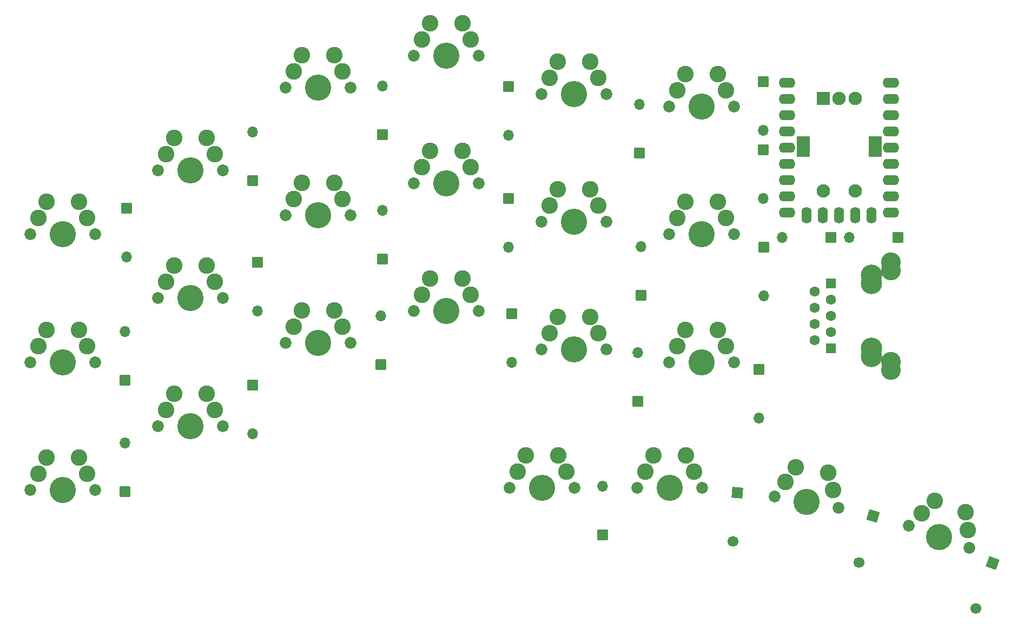
<source format=gbr>
%TF.GenerationSoftware,KiCad,Pcbnew,8.0.3*%
%TF.CreationDate,2024-07-10T08:52:34-07:00*%
%TF.ProjectId,Custom_KB_V1,43757374-6f6d-45f4-9b42-5f56312e6b69,rev?*%
%TF.SameCoordinates,Original*%
%TF.FileFunction,Soldermask,Top*%
%TF.FilePolarity,Negative*%
%FSLAX46Y46*%
G04 Gerber Fmt 4.6, Leading zero omitted, Abs format (unit mm)*
G04 Created by KiCad (PCBNEW 8.0.3) date 2024-07-10 08:52:34*
%MOMM*%
%LPD*%
G01*
G04 APERTURE LIST*
G04 Aperture macros list*
%AMRoundRect*
0 Rectangle with rounded corners*
0 $1 Rounding radius*
0 $2 $3 $4 $5 $6 $7 $8 $9 X,Y pos of 4 corners*
0 Add a 4 corners polygon primitive as box body*
4,1,4,$2,$3,$4,$5,$6,$7,$8,$9,$2,$3,0*
0 Add four circle primitives for the rounded corners*
1,1,$1+$1,$2,$3*
1,1,$1+$1,$4,$5*
1,1,$1+$1,$6,$7*
1,1,$1+$1,$8,$9*
0 Add four rect primitives between the rounded corners*
20,1,$1+$1,$2,$3,$4,$5,0*
20,1,$1+$1,$4,$5,$6,$7,0*
20,1,$1+$1,$6,$7,$8,$9,0*
20,1,$1+$1,$8,$9,$2,$3,0*%
%AMHorizOval*
0 Thick line with rounded ends*
0 $1 width*
0 $2 $3 position (X,Y) of the first rounded end (center of the circle)*
0 $4 $5 position (X,Y) of the second rounded end (center of the circle)*
0 Add line between two ends*
20,1,$1,$2,$3,$4,$5,0*
0 Add two circle primitives to create the rounded ends*
1,1,$1,$2,$3*
1,1,$1,$4,$5*%
G04 Aperture macros list end*
%ADD10RoundRect,0.050000X0.800000X-0.800000X0.800000X0.800000X-0.800000X0.800000X-0.800000X-0.800000X0*%
%ADD11O,1.700000X1.700000*%
%ADD12C,1.850000*%
%ADD13C,4.100000*%
%ADD14C,2.600000*%
%ADD15C,3.100000*%
%ADD16C,1.600000*%
%ADD17RoundRect,0.050000X-0.750000X0.750000X-0.750000X-0.750000X0.750000X-0.750000X0.750000X0.750000X0*%
%ADD18C,3.350000*%
%ADD19RoundRect,0.050000X-0.800000X0.800000X-0.800000X-0.800000X0.800000X-0.800000X0.800000X0.800000X0*%
%ADD20RoundRect,0.050000X0.800000X0.800000X-0.800000X0.800000X-0.800000X-0.800000X0.800000X-0.800000X0*%
%ADD21RoundRect,0.050000X-0.478138X1.025370X-1.025370X-0.478138X0.478138X-1.025370X1.025370X0.478138X0*%
%ADD22HorizOval,1.700000X0.000000X0.000000X0.000000X0.000000X0*%
%ADD23O,2.600000X1.600000*%
%ADD24O,1.600000X2.600000*%
%ADD25RoundRect,0.050000X-1.000000X1.000000X-1.000000X-1.000000X1.000000X-1.000000X1.000000X1.000000X0*%
%ADD26C,2.100000*%
%ADD27RoundRect,0.050000X-1.000000X1.600000X-1.000000X-1.600000X1.000000X-1.600000X1.000000X1.600000X0*%
%ADD28RoundRect,0.050000X-0.727231X0.866680X-0.866680X-0.727231X0.727231X-0.866680X0.866680X0.727231X0*%
%ADD29HorizOval,1.700000X0.000000X0.000000X0.000000X0.000000X0*%
%ADD30RoundRect,0.050000X-0.531146X0.998941X-0.998941X-0.531146X0.531146X-0.998941X0.998941X0.531146X0*%
%ADD31HorizOval,1.700000X0.000000X0.000000X0.000000X0.000000X0*%
%ADD32RoundRect,0.050000X0.750000X-0.750000X0.750000X0.750000X-0.750000X0.750000X-0.750000X-0.750000X0*%
G04 APERTURE END LIST*
D10*
%TO.C,D10*%
X112000000Y-84120000D03*
D11*
X112000000Y-76500000D03*
%TD*%
D12*
%TO.C,K4*%
X96920000Y-57250000D03*
D13*
X102000000Y-57250000D03*
X102000000Y-57250000D03*
D12*
X107080000Y-57250000D03*
D14*
X98190000Y-54710000D03*
X99460000Y-52170000D03*
X104540000Y-52170000D03*
X105810000Y-54710000D03*
%TD*%
D10*
%TO.C,D14*%
X152000000Y-106370000D03*
D11*
X152000000Y-98750000D03*
%TD*%
D12*
%TO.C,K11*%
X76920000Y-90250000D03*
D13*
X82000000Y-90250000D03*
X82000000Y-90250000D03*
D12*
X87080000Y-90250000D03*
D14*
X78190000Y-87710000D03*
X79460000Y-85170000D03*
X84540000Y-85170000D03*
X85810000Y-87710000D03*
%TD*%
D15*
%TO.C,J1-Left1*%
X191650000Y-85905000D03*
X191650000Y-101445000D03*
D16*
X179710000Y-89230000D03*
X182250000Y-90500000D03*
X179710000Y-91770000D03*
X182250000Y-93040001D03*
X179710000Y-94310000D03*
X182250000Y-95580000D03*
X179710000Y-96850000D03*
D17*
X182250000Y-98120000D03*
D18*
X188600000Y-87960000D03*
X188600000Y-99390001D03*
%TD*%
D19*
%TO.C,D7*%
X171750000Y-82250000D03*
D11*
X171750000Y-89870000D03*
%TD*%
D19*
%TO.C,D17*%
X91750000Y-103880000D03*
D11*
X91750000Y-111500000D03*
%TD*%
D20*
%TO.C,D24*%
X182250000Y-80750000D03*
D11*
X174630000Y-80750000D03*
%TD*%
D12*
%TO.C,K1*%
X156920000Y-60250000D03*
D13*
X162000000Y-60250000D03*
X162000000Y-60250000D03*
D12*
X167080000Y-60250000D03*
D14*
X158190000Y-57710000D03*
X159460000Y-55170000D03*
X164540000Y-55170000D03*
X165810000Y-57710000D03*
%TD*%
D12*
%TO.C,K22*%
X131920000Y-119970000D03*
D13*
X137000000Y-119970000D03*
X137000000Y-119970000D03*
D12*
X142080000Y-119970000D03*
D14*
X133190000Y-117430000D03*
X134460000Y-114890000D03*
X139540000Y-114890000D03*
X140810000Y-117430000D03*
%TD*%
D19*
%TO.C,D15*%
X132250000Y-92630000D03*
D11*
X132250000Y-100250000D03*
%TD*%
D12*
%TO.C,K12*%
X56920000Y-100250000D03*
D13*
X62000000Y-100250000D03*
X62000000Y-100250000D03*
D12*
X67080000Y-100250000D03*
D14*
X58190000Y-97710000D03*
X59460000Y-95170000D03*
X64540000Y-95170000D03*
X65810000Y-97710000D03*
%TD*%
D12*
%TO.C,K8*%
X136920000Y-78250000D03*
D13*
X142000000Y-78250000D03*
X142000000Y-78250000D03*
D12*
X147080000Y-78250000D03*
D14*
X138190000Y-75710000D03*
X139460000Y-73170000D03*
X144540000Y-73170000D03*
X145810000Y-75710000D03*
%TD*%
D12*
%TO.C,K16*%
X96920000Y-97250000D03*
D13*
X102000000Y-97250000D03*
X102000000Y-97250000D03*
D12*
X107080000Y-97250000D03*
D14*
X98190000Y-94710000D03*
X99460000Y-92170000D03*
X104540000Y-92170000D03*
X105810000Y-94710000D03*
%TD*%
D12*
%TO.C,K19*%
X194393596Y-125888168D03*
D13*
X199167234Y-127625630D03*
X199167234Y-127625630D03*
D12*
X203940872Y-129363092D03*
D14*
X196455733Y-123935714D03*
X198517877Y-121983261D03*
X203291517Y-123720724D03*
X203616193Y-126541908D03*
%TD*%
D19*
%TO.C,D3*%
X131750000Y-57130000D03*
D11*
X131750000Y-64750000D03*
%TD*%
D10*
%TO.C,D22*%
X146500000Y-127310000D03*
D11*
X146500000Y-119690000D03*
%TD*%
D12*
%TO.C,K14*%
X136920000Y-98250000D03*
D13*
X142000000Y-98250000D03*
X142000000Y-98250000D03*
D12*
X147080000Y-98250000D03*
D14*
X138190000Y-95710000D03*
X139460000Y-93170000D03*
X144540000Y-93170000D03*
X145810000Y-95710000D03*
%TD*%
D12*
%TO.C,K20*%
X173381502Y-121264964D03*
D13*
X178384325Y-122147096D03*
X178384325Y-122147096D03*
D12*
X183387148Y-123029228D03*
D14*
X175073273Y-118984085D03*
X176765045Y-116703207D03*
X181767870Y-117585339D03*
X182577509Y-120307285D03*
%TD*%
D10*
%TO.C,D12*%
X71750000Y-103060000D03*
D11*
X71750000Y-95440000D03*
%TD*%
D12*
%TO.C,K7*%
X156920000Y-80250000D03*
D13*
X162000000Y-80250000D03*
X162000000Y-80250000D03*
D12*
X167080000Y-80250000D03*
D14*
X158190000Y-77710000D03*
X159460000Y-75170000D03*
X164540000Y-75170000D03*
X165810000Y-77710000D03*
%TD*%
D12*
%TO.C,K15*%
X116920000Y-92250000D03*
D13*
X122000000Y-92250000D03*
X122000000Y-92250000D03*
D12*
X127080000Y-92250000D03*
D14*
X118190000Y-89710000D03*
X119460000Y-87170000D03*
X124540000Y-87170000D03*
X125810000Y-89710000D03*
%TD*%
D10*
%TO.C,D8*%
X152500000Y-89810000D03*
D11*
X152500000Y-82190000D03*
%TD*%
D19*
%TO.C,D23*%
X171601579Y-67037631D03*
D11*
X171601579Y-74657631D03*
%TD*%
D19*
%TO.C,D6*%
X72000000Y-76130000D03*
D11*
X72000000Y-83750000D03*
%TD*%
D10*
%TO.C,D2*%
X152250000Y-67560000D03*
D11*
X152250000Y-59940000D03*
%TD*%
D12*
%TO.C,K6*%
X56920000Y-80250000D03*
D13*
X62000000Y-80250000D03*
X62000000Y-80250000D03*
D12*
X67080000Y-80250000D03*
D14*
X58190000Y-77710000D03*
X59460000Y-75170000D03*
X64540000Y-75170000D03*
X65810000Y-77710000D03*
%TD*%
D12*
%TO.C,K3*%
X116920000Y-52250000D03*
D13*
X122000000Y-52250000D03*
X122000000Y-52250000D03*
D12*
X127080000Y-52250000D03*
D14*
X118190000Y-49710000D03*
X119460000Y-47170000D03*
X124540000Y-47170000D03*
X125810000Y-49710000D03*
%TD*%
D12*
%TO.C,K5*%
X76920000Y-70250000D03*
D13*
X82000000Y-70250000D03*
X82000000Y-70250000D03*
D12*
X87080000Y-70250000D03*
D14*
X78190000Y-67710000D03*
X79460000Y-65170000D03*
X84540000Y-65170000D03*
X85810000Y-67710000D03*
%TD*%
D12*
%TO.C,K18*%
X56920000Y-120250000D03*
D13*
X62000000Y-120250000D03*
X62000000Y-120250000D03*
D12*
X67080000Y-120250000D03*
D14*
X58190000Y-117710000D03*
X59460000Y-115170000D03*
X64540000Y-115170000D03*
X65810000Y-117710000D03*
%TD*%
D10*
%TO.C,D18*%
X71750000Y-120500000D03*
D11*
X71750000Y-112880000D03*
%TD*%
D12*
%TO.C,K10*%
X96920000Y-77250000D03*
D13*
X102000000Y-77250000D03*
X102000000Y-77250000D03*
D12*
X107080000Y-77250000D03*
D14*
X98190000Y-74710000D03*
X99460000Y-72170000D03*
X104540000Y-72170000D03*
X105810000Y-74710000D03*
%TD*%
D10*
%TO.C,D16*%
X111750000Y-100620000D03*
D11*
X111750000Y-93000000D03*
%TD*%
D19*
%TO.C,D13*%
X171000000Y-101380000D03*
D11*
X171000000Y-109000000D03*
%TD*%
D21*
%TO.C,D19*%
X207553096Y-131669771D03*
D22*
X204946903Y-138830231D03*
%TD*%
D23*
%TO.C,U1*%
X191647772Y-56477748D03*
X191647772Y-59017748D03*
X191647772Y-61557748D03*
X191647772Y-64097748D03*
X191647772Y-66637748D03*
X191647772Y-69177748D03*
X191647772Y-71717748D03*
X191647772Y-74257748D03*
X191647772Y-76797748D03*
D24*
X188607772Y-77297748D03*
X186067772Y-77297748D03*
X183527772Y-77297748D03*
X180987772Y-77297748D03*
X178447772Y-77297748D03*
D23*
X175407772Y-76797748D03*
X175407772Y-74257748D03*
X175407772Y-71717748D03*
X175407772Y-69177748D03*
X175407772Y-66637748D03*
X175407772Y-64097748D03*
X175407772Y-61557748D03*
X175407772Y-59017748D03*
X175407772Y-56477748D03*
%TD*%
D25*
%TO.C,SW1*%
X181031251Y-58968777D03*
D26*
X186031251Y-58968777D03*
X183531251Y-58968777D03*
D27*
X177931251Y-66468777D03*
X189131251Y-66468777D03*
D26*
X186031251Y-73468777D03*
X181031251Y-73468777D03*
%TD*%
D10*
%TO.C,D4*%
X112000000Y-64620000D03*
D11*
X112000000Y-57000000D03*
%TD*%
D12*
%TO.C,K9*%
X116920000Y-72250000D03*
D13*
X122000000Y-72250000D03*
X122000000Y-72250000D03*
D12*
X127080000Y-72250000D03*
D14*
X118190000Y-69710000D03*
X119460000Y-67170000D03*
X124540000Y-67170000D03*
X125810000Y-69710000D03*
%TD*%
D12*
%TO.C,K17*%
X76920000Y-110250000D03*
D13*
X82000000Y-110250000D03*
X82000000Y-110250000D03*
D12*
X87080000Y-110250000D03*
D14*
X78190000Y-107710000D03*
X79460000Y-105170000D03*
X84540000Y-105170000D03*
X85810000Y-107710000D03*
%TD*%
D28*
%TO.C,D21*%
X167582063Y-120704498D03*
D29*
X166917937Y-128295502D03*
%TD*%
D12*
%TO.C,K13*%
X156920000Y-100250000D03*
D13*
X162000000Y-100250000D03*
X162000000Y-100250000D03*
D12*
X167080000Y-100250000D03*
D14*
X158190000Y-97710000D03*
X159460000Y-95170000D03*
X164540000Y-95170000D03*
X165810000Y-97710000D03*
%TD*%
D12*
%TO.C,K2*%
X136920000Y-58250000D03*
D13*
X142000000Y-58250000D03*
X142000000Y-58250000D03*
D12*
X147080000Y-58250000D03*
D14*
X138190000Y-55710000D03*
X139460000Y-53170000D03*
X144540000Y-53170000D03*
X145810000Y-55710000D03*
%TD*%
D30*
%TO.C,D20*%
X188863935Y-124356478D03*
D31*
X186636063Y-131643523D03*
%TD*%
D10*
%TO.C,D5*%
X91750000Y-71809999D03*
D11*
X91750000Y-64189999D03*
%TD*%
D19*
%TO.C,D11*%
X92500000Y-84630000D03*
D11*
X92500000Y-92250000D03*
%TD*%
D19*
%TO.C,D1*%
X171601579Y-56385383D03*
D11*
X171601579Y-64005383D03*
%TD*%
D12*
%TO.C,K21*%
X151920000Y-119970000D03*
D13*
X157000000Y-119970000D03*
X157000000Y-119970000D03*
D12*
X162080000Y-119970000D03*
D14*
X153190000Y-117430000D03*
X154460000Y-114890000D03*
X159540000Y-114890000D03*
X160810000Y-117430000D03*
%TD*%
D19*
%TO.C,D9*%
X131750000Y-74630000D03*
D11*
X131750000Y-82250000D03*
%TD*%
D18*
%TO.C,J2-Right1*%
X188592588Y-86688579D03*
X188592588Y-98118580D03*
D32*
X182242588Y-87958580D03*
D16*
X179702588Y-89228580D03*
X182242588Y-90498580D03*
X179702588Y-91768580D03*
X182242588Y-93038579D03*
X179702588Y-94308580D03*
X182242588Y-95578580D03*
X179702588Y-96848580D03*
D15*
X191642588Y-84633580D03*
X191642588Y-100173580D03*
%TD*%
D20*
%TO.C,D25*%
X192750000Y-80750000D03*
D11*
X185130000Y-80750000D03*
%TD*%
M02*

</source>
